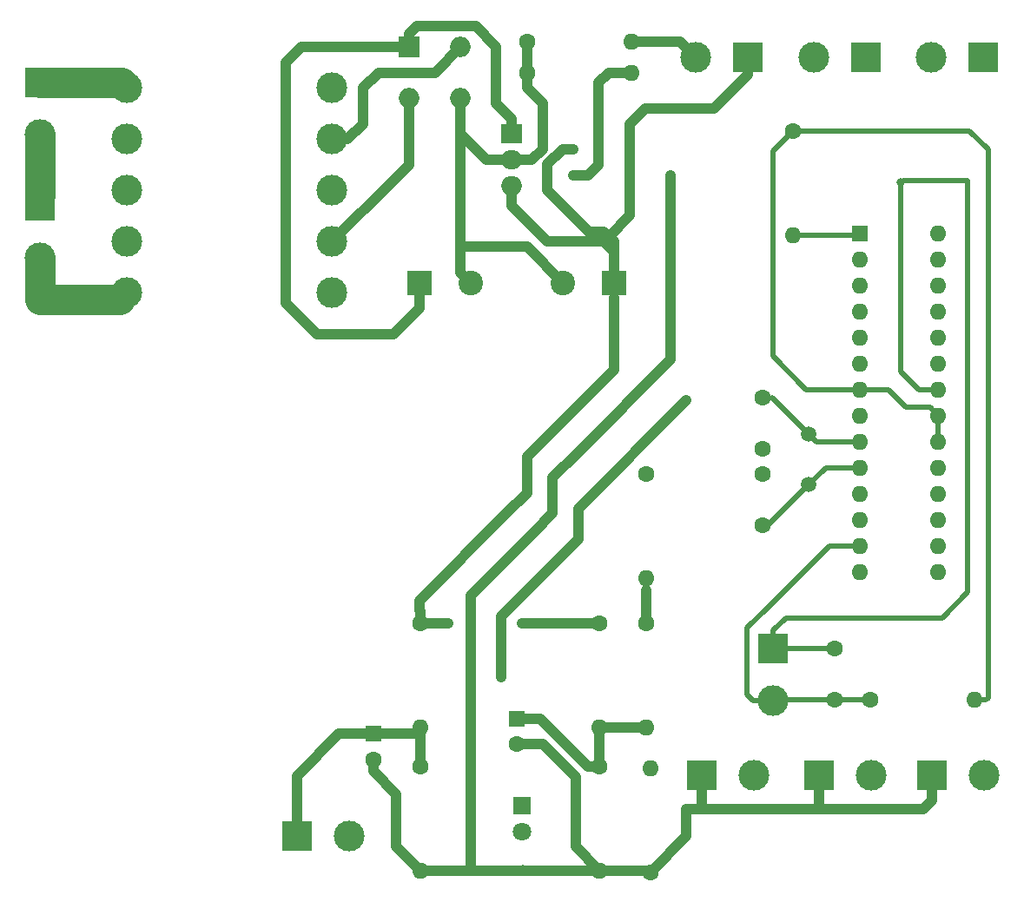
<source format=gbl>
G04 #@! TF.GenerationSoftware,KiCad,Pcbnew,5.0.2+dfsg1-1+deb10u1*
G04 #@! TF.CreationDate,2023-11-22T23:09:25+01:00*
G04 #@! TF.ProjectId,RSO-RouteurSolaireOpensource,52534f2d-526f-4757-9465-7572536f6c61,rev?*
G04 #@! TF.SameCoordinates,Original*
G04 #@! TF.FileFunction,Copper,L2,Bot*
G04 #@! TF.FilePolarity,Positive*
%FSLAX46Y46*%
G04 Gerber Fmt 4.6, Leading zero omitted, Abs format (unit mm)*
G04 Created by KiCad (PCBNEW 5.0.2+dfsg1-1+deb10u1) date mer. 22 nov. 2023 23:09:25 CET*
%MOMM*%
%LPD*%
G01*
G04 APERTURE LIST*
G04 #@! TA.AperFunction,ComponentPad*
%ADD10R,3.000000X3.000000*%
G04 #@! TD*
G04 #@! TA.AperFunction,ComponentPad*
%ADD11C,3.000000*%
G04 #@! TD*
G04 #@! TA.AperFunction,ComponentPad*
%ADD12C,1.600000*%
G04 #@! TD*
G04 #@! TA.AperFunction,ComponentPad*
%ADD13O,1.600000X1.600000*%
G04 #@! TD*
G04 #@! TA.AperFunction,ComponentPad*
%ADD14C,1.800000*%
G04 #@! TD*
G04 #@! TA.AperFunction,ComponentPad*
%ADD15R,1.800000X1.800000*%
G04 #@! TD*
G04 #@! TA.AperFunction,ComponentPad*
%ADD16R,1.600000X1.600000*%
G04 #@! TD*
G04 #@! TA.AperFunction,ComponentPad*
%ADD17R,2.400000X2.400000*%
G04 #@! TD*
G04 #@! TA.AperFunction,ComponentPad*
%ADD18C,2.400000*%
G04 #@! TD*
G04 #@! TA.AperFunction,ComponentPad*
%ADD19R,2.000000X2.000000*%
G04 #@! TD*
G04 #@! TA.AperFunction,ComponentPad*
%ADD20O,2.000000X2.000000*%
G04 #@! TD*
G04 #@! TA.AperFunction,ComponentPad*
%ADD21O,2.000000X1.905000*%
G04 #@! TD*
G04 #@! TA.AperFunction,ComponentPad*
%ADD22R,2.000000X1.905000*%
G04 #@! TD*
G04 #@! TA.AperFunction,ComponentPad*
%ADD23C,1.500000*%
G04 #@! TD*
G04 #@! TA.AperFunction,ViaPad*
%ADD24C,0.800000*%
G04 #@! TD*
G04 #@! TA.AperFunction,Conductor*
%ADD25C,1.000000*%
G04 #@! TD*
G04 #@! TA.AperFunction,Conductor*
%ADD26C,0.250000*%
G04 #@! TD*
G04 #@! TA.AperFunction,Conductor*
%ADD27C,0.500000*%
G04 #@! TD*
G04 #@! TA.AperFunction,Conductor*
%ADD28C,3.000000*%
G04 #@! TD*
G04 APERTURE END LIST*
D10*
G04 #@! TO.P,Interupteur,1*
G04 #@! TO.N,N/C*
X40000000Y-73500000D03*
D11*
G04 #@! TO.P,Interupteur,2*
X40000000Y-78580000D03*
G04 #@! TD*
G04 #@! TO.P,Secteur 230v ,2*
G04 #@! TO.N,N/C*
X40000000Y-66580000D03*
D10*
G04 #@! TO.P,Secteur 230v ,1*
X40000000Y-61500000D03*
G04 #@! TD*
D11*
G04 #@! TO.P,SCT 013 - 30A / 1v,2*
G04 #@! TO.N,N/C*
X70160000Y-135000000D03*
D10*
G04 #@! TO.P,SCT 013 - 30A / 1v,1*
X65080000Y-135000000D03*
G04 #@! TD*
D12*
G04 #@! TO.P,1k,1*
G04 #@! TO.N,N/C*
X99500000Y-138500000D03*
D13*
G04 #@! TO.P,1k,2*
X99500000Y-128340000D03*
G04 #@! TD*
D14*
G04 #@! TO.P,LED,2*
G04 #@! TO.N,N/C*
X87000000Y-134540000D03*
D15*
G04 #@! TO.P,LED,1*
X87000000Y-132000000D03*
G04 #@! TD*
D10*
G04 #@! TO.P,- LED +,1*
G04 #@! TO.N,N/C*
X109000000Y-59000000D03*
D11*
G04 #@! TO.P,- LED +,2*
X103920000Y-59000000D03*
G04 #@! TD*
D10*
G04 #@! TO.P,GND / 10PWM,1*
G04 #@! TO.N,N/C*
X104500000Y-129000000D03*
D11*
G04 #@! TO.P,GND / 10PWM,2*
X109580000Y-129000000D03*
G04 #@! TD*
D10*
G04 #@! TO.P,GND / 11PWM,1*
G04 #@! TO.N,N/C*
X127000000Y-129000000D03*
D11*
G04 #@! TO.P,GND / 11PWM,2*
X132080000Y-129000000D03*
G04 #@! TD*
G04 #@! TO.P,GND / 9PWM,2*
G04 #@! TO.N,N/C*
X121080000Y-129000000D03*
D10*
G04 #@! TO.P,GND / 9PWM,1*
X116000000Y-129000000D03*
G04 #@! TD*
D11*
G04 #@! TO.P,230v / 9v,10*
G04 #@! TO.N,N/C*
X68500000Y-82000000D03*
G04 #@! TO.P,230v / 9v,9*
X68500000Y-77000000D03*
G04 #@! TO.P,230v / 9v,8*
X68500000Y-72000000D03*
G04 #@! TO.P,230v / 9v,7*
X68500000Y-67000000D03*
G04 #@! TO.P,230v / 9v,6*
X68500000Y-62000000D03*
G04 #@! TO.P,230v / 9v,5*
X48500000Y-62000000D03*
G04 #@! TO.P,230v / 9v,4*
X48500000Y-67000000D03*
G04 #@! TO.P,230v / 9v,3*
X48500000Y-72000000D03*
G04 #@! TO.P,230v / 9v,2*
X48500000Y-77000000D03*
G04 #@! TO.P,230v / 9v,1*
X48500000Y-82000000D03*
G04 #@! TD*
D13*
G04 #@! TO.P,R/Transfo,2*
G04 #@! TO.N,N/C*
X99076987Y-109847034D03*
D12*
G04 #@! TO.P,R/Transfo,1*
X99076987Y-99687034D03*
G04 #@! TD*
D13*
G04 #@! TO.P,R/Transfo,2*
G04 #@! TO.N,N/C*
X99076987Y-124347034D03*
D12*
G04 #@! TO.P,R/Transfo,1*
X99076987Y-114187034D03*
G04 #@! TD*
G04 #@! TO.P,4\002C7uF,2*
G04 #@! TO.N,N/C*
X86500000Y-126000000D03*
D16*
G04 #@! TO.P,4\002C7uF,1*
X86500000Y-123500000D03*
G04 #@! TD*
D12*
G04 #@! TO.P,100K,1*
G04 #@! TO.N,N/C*
X94576987Y-128187034D03*
D13*
G04 #@! TO.P,100K,2*
X94576987Y-138347034D03*
G04 #@! TD*
D12*
G04 #@! TO.P,100K,1*
G04 #@! TO.N,N/C*
X94576987Y-114187034D03*
D13*
G04 #@! TO.P,100K,2*
X94576987Y-124347034D03*
G04 #@! TD*
D16*
G04 #@! TO.P,4\002C7uF,1*
G04 #@! TO.N,N/C*
X72500000Y-125000000D03*
D12*
G04 #@! TO.P,4\002C7uF,2*
X72500000Y-127500000D03*
G04 #@! TD*
D13*
G04 #@! TO.P,100K,2*
G04 #@! TO.N,N/C*
X77076987Y-138347034D03*
D12*
G04 #@! TO.P,100K,1*
X77076987Y-128187034D03*
G04 #@! TD*
D13*
G04 #@! TO.P,100K,2*
G04 #@! TO.N,N/C*
X77076987Y-124347034D03*
D12*
G04 #@! TO.P,100K,1*
X77076987Y-114187034D03*
G04 #@! TD*
D10*
G04 #@! TO.P,SCL / SDA,1*
G04 #@! TO.N,N/C*
X132000000Y-59000000D03*
D11*
G04 #@! TO.P,SCL / SDA,2*
X126920000Y-59000000D03*
G04 #@! TD*
D12*
G04 #@! TO.P,10nF,1*
G04 #@! TO.N,N/C*
X117462206Y-116678164D03*
G04 #@! TO.P,10nF,2*
X117462206Y-121678164D03*
G04 #@! TD*
D10*
G04 #@! TO.P,Digital 7,1*
G04 #@! TO.N,N/C*
X111462206Y-116678164D03*
D11*
G04 #@! TO.P,Digital 7,2*
X111462206Y-121758164D03*
G04 #@! TD*
D12*
G04 #@! TO.P,10K,1*
G04 #@! TO.N,N/C*
X120962206Y-121678164D03*
D13*
G04 #@! TO.P,10K,2*
X131122206Y-121678164D03*
G04 #@! TD*
D12*
G04 #@! TO.P,22pF,1*
G04 #@! TO.N,N/C*
X110462206Y-92178164D03*
G04 #@! TO.P,22pF,2*
X110462206Y-97178164D03*
G04 #@! TD*
D13*
G04 #@! TO.P,10K,2*
G04 #@! TO.N,N/C*
X113462206Y-76338164D03*
D12*
G04 #@! TO.P,10K,1*
X113462206Y-66178164D03*
G04 #@! TD*
D11*
G04 #@! TO.P,+5v / GND,2*
G04 #@! TO.N,N/C*
X115420000Y-59000000D03*
D10*
G04 #@! TO.P,+5v / GND,1*
X120500000Y-59000000D03*
G04 #@! TD*
D17*
G04 #@! TO.P,1000uF,1*
G04 #@! TO.N,N/C*
X96000000Y-81000000D03*
D18*
G04 #@! TO.P,1000uF,2*
X91000000Y-81000000D03*
G04 #@! TD*
D19*
G04 #@! TO.P,B40R,1*
G04 #@! TO.N,N/C*
X76000000Y-58000000D03*
D20*
G04 #@! TO.P,B40R,3*
X81000000Y-63000000D03*
G04 #@! TO.P,B40R,2*
X76000000Y-63000000D03*
G04 #@! TO.P,B40R,4*
X81000000Y-58000000D03*
G04 #@! TD*
D18*
G04 #@! TO.P,1000uF,2*
G04 #@! TO.N,N/C*
X82000000Y-81000000D03*
D17*
G04 #@! TO.P,1000uF,1*
X77000000Y-81000000D03*
G04 #@! TD*
D21*
G04 #@! TO.P,RIT 7805,3*
G04 #@! TO.N,N/C*
X86000000Y-71580000D03*
G04 #@! TO.P,RIT 7805,2*
X86000000Y-69040000D03*
D22*
G04 #@! TO.P,RIT 7805,1*
X86000000Y-66500000D03*
G04 #@! TD*
D13*
G04 #@! TO.P,1K,2*
G04 #@! TO.N,N/C*
X97660000Y-57500000D03*
D12*
G04 #@! TO.P,1K,1*
X87500000Y-57500000D03*
G04 #@! TD*
D13*
G04 #@! TO.P,R. Var,2*
G04 #@! TO.N,N/C*
X97660000Y-60500000D03*
D12*
G04 #@! TO.P,R. Var,1*
X87500000Y-60500000D03*
G04 #@! TD*
D13*
G04 #@! TO.P,ATMega328P,28*
G04 #@! TO.N,N/C*
X127582206Y-76178164D03*
G04 #@! TO.P,ATMega328P,14*
X119962206Y-109198164D03*
G04 #@! TO.P,ATMega328P,27*
X127582206Y-78718164D03*
G04 #@! TO.P,ATMega328P,13*
X119962206Y-106658164D03*
G04 #@! TO.P,ATMega328P,26*
X127582206Y-81258164D03*
G04 #@! TO.P,ATMega328P,12*
X119962206Y-104118164D03*
G04 #@! TO.P,ATMega328P,25*
X127582206Y-83798164D03*
G04 #@! TO.P,ATMega328P,11*
X119962206Y-101578164D03*
G04 #@! TO.P,ATMega328P,24*
X127582206Y-86338164D03*
G04 #@! TO.P,ATMega328P,10*
X119962206Y-99038164D03*
G04 #@! TO.P,ATMega328P,23*
X127582206Y-88878164D03*
G04 #@! TO.P,ATMega328P,9*
X119962206Y-96498164D03*
G04 #@! TO.P,ATMega328P,22*
X127582206Y-91418164D03*
G04 #@! TO.P,ATMega328P,8*
X119962206Y-93958164D03*
G04 #@! TO.P,ATMega328P,21*
X127582206Y-93958164D03*
G04 #@! TO.P,ATMega328P,7*
X119962206Y-91418164D03*
G04 #@! TO.P,ATMega328P,20*
X127582206Y-96498164D03*
G04 #@! TO.P,ATMega328P,6*
X119962206Y-88878164D03*
G04 #@! TO.P,ATMega328P,19*
X127582206Y-99038164D03*
G04 #@! TO.P,ATMega328P,5*
X119962206Y-86338164D03*
G04 #@! TO.P,ATMega328P,18*
X127582206Y-101578164D03*
G04 #@! TO.P,ATMega328P,4*
X119962206Y-83798164D03*
G04 #@! TO.P,ATMega328P,17*
X127582206Y-104118164D03*
G04 #@! TO.P,ATMega328P,3*
X119962206Y-81258164D03*
G04 #@! TO.P,ATMega328P,16*
X127582206Y-106658164D03*
G04 #@! TO.P,ATMega328P,2*
X119962206Y-78718164D03*
G04 #@! TO.P,ATMega328P,15*
X127582206Y-109198164D03*
D16*
G04 #@! TO.P,ATMega328P,1*
X119962206Y-76178164D03*
G04 #@! TD*
D23*
G04 #@! TO.P,16Mhz,2*
G04 #@! TO.N,N/C*
X114962206Y-95778164D03*
G04 #@! TO.P,16Mhz,1*
X114962206Y-100678164D03*
G04 #@! TD*
D12*
G04 #@! TO.P,22pF,2*
G04 #@! TO.N,N/C*
X110462206Y-104678164D03*
G04 #@! TO.P,22pF,1*
X110462206Y-99678164D03*
G04 #@! TD*
D24*
G04 #@! TO.N,*
X92000000Y-68000000D03*
X92000000Y-70540000D03*
X123962206Y-71178164D03*
X101500000Y-70540000D03*
X103000000Y-92500000D03*
X85000000Y-119500000D03*
X79812966Y-114187034D03*
X87000000Y-114187034D03*
X99076987Y-112000000D03*
G04 #@! TD*
D25*
G04 #@! TO.N,*
X68500000Y-77000000D02*
X74500000Y-71000000D01*
X77000000Y-81000000D02*
X77000000Y-83500000D01*
X77000000Y-83500000D02*
X74500000Y-86000000D01*
X74500000Y-86000000D02*
X67000000Y-86000000D01*
X67000000Y-86000000D02*
X64000000Y-83000000D01*
X64000000Y-83000000D02*
X64000000Y-59500000D01*
X65500000Y-58000000D02*
X76000000Y-58000000D01*
X64000000Y-59500000D02*
X65500000Y-58000000D01*
X71500000Y-65500000D02*
X70000000Y-67000000D01*
X71500000Y-62000000D02*
X71500000Y-65500000D01*
X81000000Y-58000000D02*
X78500000Y-60500000D01*
D26*
X70000000Y-67000000D02*
X68500000Y-67000000D01*
D25*
X73000000Y-60500000D02*
X71500000Y-62000000D01*
X78500000Y-60500000D02*
X73000000Y-60500000D01*
D26*
X48000000Y-61500000D02*
X48500000Y-62000000D01*
X47840000Y-82660000D02*
X48500000Y-82000000D01*
D25*
X87500000Y-77500000D02*
X91000000Y-81000000D01*
X81000000Y-77500000D02*
X87500000Y-77500000D01*
X86000000Y-65000000D02*
X86000000Y-66500000D01*
X76000000Y-58000000D02*
X76000000Y-56750000D01*
X82500000Y-56000000D02*
X84500000Y-58000000D01*
X76750000Y-56000000D02*
X82500000Y-56000000D01*
X76000000Y-56750000D02*
X76750000Y-56000000D01*
X84500000Y-58000000D02*
X84500000Y-63500000D01*
X84500000Y-63500000D02*
X86000000Y-65000000D01*
X83540000Y-69040000D02*
X81000000Y-66500000D01*
X81000000Y-63000000D02*
X81000000Y-66500000D01*
X86000000Y-69040000D02*
X83540000Y-69040000D01*
X81000000Y-66500000D02*
X81000000Y-77500000D01*
D26*
X96000000Y-78000000D02*
X96000000Y-81000000D01*
D25*
X95000000Y-77000000D02*
X96000000Y-78000000D01*
X89500000Y-77000000D02*
X95000000Y-77000000D01*
X86000000Y-71580000D02*
X86000000Y-73500000D01*
X86000000Y-73500000D02*
X89500000Y-77000000D01*
X87500000Y-60500000D02*
X87500000Y-57500000D01*
X87500000Y-60500000D02*
X87500000Y-61631370D01*
X97660000Y-57500000D02*
X102000000Y-57500000D01*
X87960000Y-69040000D02*
X86000000Y-69040000D01*
X89000000Y-63500000D02*
X89000000Y-68000000D01*
X89000000Y-68000000D02*
X87960000Y-69040000D01*
X93460000Y-70540000D02*
X92000000Y-70540000D01*
X94500000Y-69500000D02*
X93460000Y-70540000D01*
X94500000Y-64500000D02*
X94500000Y-69500000D01*
X96000000Y-77000000D02*
X96000000Y-81000000D01*
X92000000Y-68000000D02*
X92000000Y-68000000D01*
X89500000Y-72000000D02*
X93500000Y-76000000D01*
X93500000Y-76000000D02*
X95000000Y-76000000D01*
X89500000Y-69450000D02*
X89500000Y-72000000D01*
X90950000Y-68000000D02*
X89500000Y-69450000D01*
D26*
X119802206Y-76338164D02*
X119962206Y-76178164D01*
D27*
X113462206Y-76338164D02*
X119802206Y-76338164D01*
X112662207Y-66978163D02*
X113462206Y-66178164D01*
X111462206Y-68178164D02*
X112662207Y-66978163D01*
X111462206Y-88178164D02*
X111462206Y-68178164D01*
X114702206Y-91418164D02*
X111462206Y-88178164D01*
X119962206Y-91418164D02*
X114702206Y-91418164D01*
X127582206Y-96498164D02*
X127582206Y-93958164D01*
X122702206Y-91418164D02*
X119962206Y-91418164D01*
X124442207Y-93158165D02*
X122702206Y-91418164D01*
X127582206Y-93958164D02*
X126782207Y-93158165D01*
X126782207Y-93158165D02*
X124442207Y-93158165D01*
X115682206Y-96498164D02*
X114962206Y-95778164D01*
X119962206Y-96498164D02*
X115682206Y-96498164D01*
X119962206Y-99038164D02*
X116602206Y-99038164D01*
X116602206Y-99038164D02*
X114962206Y-100678164D01*
X127582206Y-91418164D02*
X125702206Y-91418164D01*
X125702206Y-91418164D02*
X123962206Y-89678164D01*
X123962206Y-89678164D02*
X123962206Y-71178164D01*
D26*
X111362206Y-92178164D02*
X110462206Y-92178164D01*
D27*
X114962206Y-95778164D02*
X111362206Y-92178164D01*
D26*
X110962206Y-104678164D02*
X110462206Y-104678164D01*
D27*
X114962206Y-100678164D02*
X110962206Y-104678164D01*
X130462206Y-111178164D02*
X127962206Y-113678164D01*
X111462206Y-114928164D02*
X112712206Y-113678164D01*
X111462206Y-116678164D02*
X111462206Y-114928164D01*
X118962206Y-113678164D02*
X113962206Y-113678164D01*
X113962206Y-113678164D02*
X112962206Y-113678164D01*
X112712206Y-113678164D02*
X113962206Y-113678164D01*
D26*
X111882206Y-122178164D02*
X111462206Y-121758164D01*
D27*
X132462206Y-118678164D02*
X132462206Y-118838164D01*
X132462206Y-117678164D02*
X132462206Y-118678164D01*
X132462206Y-121469534D02*
X132462206Y-121178164D01*
X132253576Y-121678164D02*
X132462206Y-121469534D01*
X131122206Y-121678164D02*
X132253576Y-121678164D01*
X132462206Y-118678164D02*
X132462206Y-121178164D01*
X120962206Y-121678164D02*
X117462206Y-121678164D01*
D26*
X111542206Y-121678164D02*
X111462206Y-121758164D01*
D27*
X117462206Y-121678164D02*
X111542206Y-121678164D01*
X117462206Y-116678164D02*
X111462206Y-116678164D01*
X109542206Y-121758164D02*
X111462206Y-121758164D01*
X119962206Y-106658164D02*
X118830836Y-106658164D01*
X108962206Y-114678164D02*
X108962206Y-120678164D01*
X124962206Y-113678164D02*
X118962206Y-113678164D01*
X127962206Y-113678164D02*
X124962206Y-113678164D01*
X110962206Y-112678164D02*
X108962206Y-114678164D01*
X108962206Y-121178164D02*
X109542206Y-121758164D01*
X108962206Y-120678164D02*
X108962206Y-121178164D01*
D25*
X92000000Y-68000000D02*
X90950000Y-68000000D01*
X92000000Y-70540000D02*
X92000000Y-70540000D01*
D27*
X130462206Y-71000000D02*
X124140370Y-71000000D01*
X123962206Y-71178164D02*
X124140370Y-71000000D01*
X130462206Y-71000000D02*
X130462206Y-111178164D01*
X113462206Y-66178164D02*
X130640370Y-66178164D01*
X130640370Y-66178164D02*
X132462206Y-68000000D01*
X132462206Y-68000000D02*
X132462206Y-117678164D01*
X123962206Y-71178164D02*
X123962206Y-71178164D01*
X116982206Y-106658164D02*
X110962206Y-112678164D01*
X118830836Y-106658164D02*
X116982206Y-106658164D01*
D25*
X76000000Y-69500000D02*
X76000000Y-63000000D01*
X74500000Y-71000000D02*
X76000000Y-69500000D01*
X87500000Y-62000000D02*
X89000000Y-63500000D01*
D26*
X87500000Y-61631370D02*
X87500000Y-62000000D01*
D25*
X97540000Y-74460000D02*
X95500000Y-76500000D01*
X97540000Y-65500000D02*
X97540000Y-74460000D01*
X95000000Y-76000000D02*
X95500000Y-76500000D01*
X95500000Y-76500000D02*
X96000000Y-77000000D01*
X97660000Y-60500000D02*
X95500000Y-60500000D01*
X94500000Y-61500000D02*
X94500000Y-64500000D01*
X95500000Y-60500000D02*
X94500000Y-61500000D01*
D26*
X77042997Y-124381024D02*
X77076987Y-124347034D01*
D25*
X74740502Y-136010549D02*
X77076987Y-138347034D01*
D26*
X74740502Y-133558180D02*
X74740502Y-133915886D01*
D25*
X74740502Y-133915886D02*
X74740502Y-136010549D01*
X96000000Y-87500000D02*
X96000000Y-82450000D01*
D26*
X96000000Y-82450000D02*
X96000000Y-81000000D01*
X77076987Y-113055664D02*
X77000000Y-112978677D01*
D25*
X77076987Y-114187034D02*
X77076987Y-113055664D01*
X101500000Y-70540000D02*
X101500000Y-88500000D01*
X101500000Y-88500000D02*
X92500000Y-97500000D01*
D26*
X94542997Y-124381024D02*
X94576987Y-124347034D01*
D25*
X94576987Y-124347034D02*
X94576987Y-128187034D01*
X94576987Y-128187034D02*
X93445617Y-128187034D01*
X92240502Y-136010549D02*
X94576987Y-138347034D01*
D26*
X92240502Y-133558180D02*
X92240502Y-133915886D01*
D25*
X92240502Y-133915886D02*
X92240502Y-136010549D01*
X77076987Y-114187034D02*
X79812966Y-114187034D01*
X79812966Y-114187034D02*
X79812966Y-114187034D01*
X94576987Y-124347034D02*
X99076987Y-124347034D01*
X87000000Y-114187034D02*
X94576987Y-114187034D01*
X99076987Y-110978404D02*
X99076987Y-112000000D01*
D26*
X99076987Y-109847034D02*
X99076987Y-110978404D01*
D25*
X99076987Y-112000000D02*
X99076987Y-114187034D01*
X82847034Y-138347034D02*
X88500000Y-138347034D01*
X94576987Y-138347034D02*
X88500000Y-138347034D01*
X82000000Y-133424021D02*
X82000000Y-138347034D01*
X77076987Y-138347034D02*
X82000000Y-138347034D01*
X82000000Y-138347034D02*
X82847034Y-138347034D01*
X127000000Y-131500000D02*
X127000000Y-129000000D01*
X126152966Y-132347034D02*
X127000000Y-131500000D01*
X104500000Y-130750000D02*
X104500000Y-132347034D01*
X116000000Y-129000000D02*
X116000000Y-132347034D01*
X104500000Y-132347034D02*
X116000000Y-132347034D01*
X116000000Y-132347034D02*
X126152966Y-132347034D01*
X104500000Y-129000000D02*
X104500000Y-130750000D01*
X85000000Y-119500000D02*
X85000000Y-113500000D01*
X82000000Y-111500000D02*
X82000000Y-133424021D01*
X92500000Y-97500000D02*
X90000000Y-100000000D01*
X77000000Y-112978677D02*
X77000000Y-112000000D01*
X103000000Y-92500000D02*
X92500000Y-103000000D01*
X96000000Y-87500000D02*
X96000000Y-89500000D01*
X96000000Y-89500000D02*
X87500000Y-98000000D01*
X109000000Y-60750000D02*
X105750000Y-64000000D01*
X109000000Y-59000000D02*
X109000000Y-60750000D01*
X99040000Y-64000000D02*
X97540000Y-65500000D01*
X105750000Y-64000000D02*
X99040000Y-64000000D01*
X102420001Y-57500001D02*
X103920000Y-59000000D01*
X102000000Y-57500000D02*
X102420001Y-57500001D01*
X88758583Y-123500000D02*
X93445617Y-128187034D01*
X86500000Y-123500000D02*
X88758583Y-123500000D01*
X92240502Y-129240502D02*
X92240502Y-133500000D01*
X89000000Y-126000000D02*
X92240502Y-129240502D01*
X86500000Y-126000000D02*
X89000000Y-126000000D01*
X92240502Y-131915886D02*
X92240502Y-133500000D01*
X92240502Y-133500000D02*
X92240502Y-133915886D01*
X88500000Y-138347034D02*
X87500000Y-138347034D01*
D26*
X87000000Y-137847034D02*
X87500000Y-138347034D01*
D25*
X87500000Y-138347034D02*
X86923013Y-138347034D01*
D26*
X99347034Y-138347034D02*
X99500000Y-138500000D01*
D25*
X94576987Y-138347034D02*
X99347034Y-138347034D01*
D26*
X102847034Y-132500000D02*
X103000000Y-132347034D01*
D25*
X103000000Y-132347034D02*
X104000000Y-132347034D01*
D26*
X103847034Y-132500000D02*
X104000000Y-132347034D01*
D25*
X104000000Y-132347034D02*
X104500000Y-132347034D01*
X74740502Y-130871872D02*
X74740502Y-133000000D01*
X72500000Y-128631370D02*
X74740502Y-130871872D01*
X72500000Y-127500000D02*
X72500000Y-128631370D01*
X74740502Y-131915886D02*
X74740502Y-133000000D01*
X74740502Y-133000000D02*
X74740502Y-133915886D01*
X72500000Y-125000000D02*
X77076987Y-125000000D01*
X77076987Y-124347034D02*
X77076987Y-125000000D01*
X77076987Y-125000000D02*
X77076987Y-128187034D01*
X65080000Y-135000000D02*
X65080000Y-129080000D01*
X69160000Y-125000000D02*
X72500000Y-125000000D01*
X65080000Y-129080000D02*
X69160000Y-125000000D01*
X81000000Y-77500000D02*
X81000000Y-80000000D01*
X81000000Y-80000000D02*
X82000000Y-81000000D01*
D28*
X40000000Y-66580000D02*
X40000000Y-72500000D01*
D26*
X40000000Y-61500000D02*
X41750000Y-61500000D01*
D28*
X40000000Y-61500000D02*
X48000000Y-61500000D01*
X40000000Y-80701320D02*
X40000000Y-82660000D01*
X40000000Y-78580000D02*
X40000000Y-80701320D01*
X40000000Y-82660000D02*
X47840000Y-82660000D01*
D25*
X87500000Y-98000000D02*
X87500000Y-101500000D01*
X87500000Y-101500000D02*
X85500000Y-103500000D01*
X85500000Y-103500000D02*
X77000000Y-112000000D01*
X90000000Y-103500000D02*
X88000000Y-105500000D01*
X90000000Y-100000000D02*
X90000000Y-103500000D01*
X89000000Y-104500000D02*
X88000000Y-105500000D01*
X88000000Y-105500000D02*
X82000000Y-111500000D01*
X92500000Y-103000000D02*
X92500000Y-106000000D01*
X92500000Y-106000000D02*
X90500000Y-108000000D01*
X90500000Y-108000000D02*
X85000000Y-113500000D01*
X103000000Y-135000000D02*
X99500000Y-138500000D01*
X103000000Y-132347034D02*
X103000000Y-135000000D01*
G04 #@! TD*
M02*

</source>
